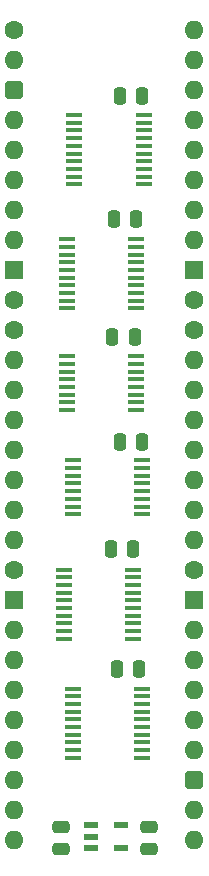
<source format=gts>
%TF.GenerationSoftware,KiCad,Pcbnew,8.0.7*%
%TF.CreationDate,2025-01-13T21:14:07+02:00*%
%TF.ProjectId,Main Memory Select,4d61696e-204d-4656-9d6f-72792053656c,V0*%
%TF.SameCoordinates,Original*%
%TF.FileFunction,Soldermask,Top*%
%TF.FilePolarity,Negative*%
%FSLAX46Y46*%
G04 Gerber Fmt 4.6, Leading zero omitted, Abs format (unit mm)*
G04 Created by KiCad (PCBNEW 8.0.7) date 2025-01-13 21:14:07*
%MOMM*%
%LPD*%
G01*
G04 APERTURE LIST*
G04 Aperture macros list*
%AMRoundRect*
0 Rectangle with rounded corners*
0 $1 Rounding radius*
0 $2 $3 $4 $5 $6 $7 $8 $9 X,Y pos of 4 corners*
0 Add a 4 corners polygon primitive as box body*
4,1,4,$2,$3,$4,$5,$6,$7,$8,$9,$2,$3,0*
0 Add four circle primitives for the rounded corners*
1,1,$1+$1,$2,$3*
1,1,$1+$1,$4,$5*
1,1,$1+$1,$6,$7*
1,1,$1+$1,$8,$9*
0 Add four rect primitives between the rounded corners*
20,1,$1+$1,$2,$3,$4,$5,0*
20,1,$1+$1,$4,$5,$6,$7,0*
20,1,$1+$1,$6,$7,$8,$9,0*
20,1,$1+$1,$8,$9,$2,$3,0*%
G04 Aperture macros list end*
%ADD10RoundRect,0.250000X0.475000X-0.250000X0.475000X0.250000X-0.475000X0.250000X-0.475000X-0.250000X0*%
%ADD11R,1.450000X0.450000*%
%ADD12R,1.150000X0.600000*%
%ADD13RoundRect,0.250000X0.250000X0.475000X-0.250000X0.475000X-0.250000X-0.475000X0.250000X-0.475000X0*%
%ADD14R,1.475000X0.450000*%
%ADD15O,1.600000X1.600000*%
%ADD16R,1.600000X1.600000*%
%ADD17C,1.600000*%
%ADD18RoundRect,0.400000X-0.400000X-0.400000X0.400000X-0.400000X0.400000X0.400000X-0.400000X0.400000X0*%
G04 APERTURE END LIST*
D10*
%TO.C,C10*%
X3937000Y-67487000D03*
X3937000Y-69387000D03*
%TD*%
D11*
%TO.C,IC7*%
X10799000Y-36471000D03*
X10799000Y-37121000D03*
X10799000Y-37771000D03*
X10799000Y-38421000D03*
X10799000Y-39071000D03*
X10799000Y-39721000D03*
X10799000Y-40371000D03*
X10799000Y-41021000D03*
X4949000Y-41021000D03*
X4949000Y-40371000D03*
X4949000Y-39721000D03*
X4949000Y-39071000D03*
X4949000Y-38421000D03*
X4949000Y-37771000D03*
X4949000Y-37121000D03*
X4949000Y-36471000D03*
%TD*%
D12*
%TO.C,IC1*%
X9047000Y-67376000D03*
X9047000Y-69276000D03*
X6447000Y-69276000D03*
X6447000Y-68326000D03*
X6447000Y-67376000D03*
%TD*%
D13*
%TO.C,C1*%
X8940000Y-5588000D03*
X10840000Y-5588000D03*
%TD*%
%TO.C,C3*%
X8415000Y-16051000D03*
X10315000Y-16051000D03*
%TD*%
D14*
%TO.C,IC3*%
X10939000Y-7235000D03*
X10939000Y-7885000D03*
X10939000Y-8535000D03*
X10939000Y-9185000D03*
X10939000Y-9835000D03*
X10939000Y-10485000D03*
X10939000Y-11135000D03*
X10939000Y-11785000D03*
X10939000Y-12435000D03*
X10939000Y-13085000D03*
X5063000Y-13085000D03*
X5063000Y-12435000D03*
X5063000Y-11785000D03*
X5063000Y-11135000D03*
X5063000Y-10485000D03*
X5063000Y-9835000D03*
X5063000Y-9185000D03*
X5063000Y-8535000D03*
X5063000Y-7885000D03*
X5063000Y-7235000D03*
%TD*%
D15*
%TO.C,J1*%
X15240000Y0D03*
X15240000Y-2540000D03*
X15240000Y-5080000D03*
X15240000Y-7620000D03*
X15240000Y-10160000D03*
X15240000Y-12700000D03*
X15240000Y-15240000D03*
X15240000Y-17780000D03*
D16*
X15240000Y-20320000D03*
D17*
X15240000Y-22860000D03*
X15240000Y-25400000D03*
D15*
X15240000Y-27940000D03*
X15240000Y-30480000D03*
X15240000Y-33020000D03*
X15240000Y-35560000D03*
X15240000Y-38100000D03*
X15240000Y-40640000D03*
X15240000Y-43180000D03*
D17*
X15240000Y-45720000D03*
D16*
X15240000Y-48260000D03*
D15*
X15240000Y-50800000D03*
X15240000Y-53340000D03*
X15240000Y-55880000D03*
X15240000Y-58420000D03*
X15240000Y-60960000D03*
D18*
X15240000Y-63500000D03*
D15*
X15240000Y-66040000D03*
X15240000Y-68580000D03*
X0Y-68580000D03*
X0Y-66040000D03*
X0Y-63500000D03*
X0Y-60960000D03*
X0Y-58420000D03*
X0Y-55880000D03*
X0Y-53340000D03*
X0Y-50800000D03*
D16*
X0Y-48260000D03*
D17*
X0Y-45720000D03*
D15*
X0Y-43180000D03*
X0Y-40640000D03*
X0Y-38100000D03*
X0Y-35560000D03*
X0Y-33020000D03*
X0Y-30480000D03*
X0Y-27940000D03*
D17*
X0Y-25400000D03*
X0Y-22860000D03*
D16*
X0Y-20320000D03*
D15*
X0Y-17780000D03*
X0Y-15240000D03*
X0Y-12700000D03*
X0Y-10160000D03*
X0Y-7620000D03*
D18*
X0Y-5080000D03*
D15*
X0Y-2540000D03*
D17*
X0Y0D03*
%TD*%
D13*
%TO.C,C5*%
X8301000Y-26035000D03*
X10201000Y-26035000D03*
%TD*%
%TO.C,C2*%
X8686000Y-54102000D03*
X10586000Y-54102000D03*
%TD*%
D10*
%TO.C,C11*%
X11430000Y-67487000D03*
X11430000Y-69387000D03*
%TD*%
D14*
%TO.C,IC6*%
X10795000Y-55798325D03*
X10795000Y-56448325D03*
X10795000Y-57098325D03*
X10795000Y-57748325D03*
X10795000Y-58398325D03*
X10795000Y-59048325D03*
X10795000Y-59698325D03*
X10795000Y-60348325D03*
X10795000Y-60998325D03*
X10795000Y-61648325D03*
X4919000Y-61648325D03*
X4919000Y-60998325D03*
X4919000Y-60348325D03*
X4919000Y-59698325D03*
X4919000Y-59048325D03*
X4919000Y-58398325D03*
X4919000Y-57748325D03*
X4919000Y-57098325D03*
X4919000Y-56448325D03*
X4919000Y-55798325D03*
%TD*%
D13*
%TO.C,C12*%
X8940000Y-34925000D03*
X10840000Y-34925000D03*
%TD*%
D11*
%TO.C,IC4*%
X10287000Y-27659000D03*
X10287000Y-28309000D03*
X10287000Y-28959000D03*
X10287000Y-29609000D03*
X10287000Y-30259000D03*
X10287000Y-30909000D03*
X10287000Y-31559000D03*
X10287000Y-32209000D03*
X4437000Y-32209000D03*
X4437000Y-31559000D03*
X4437000Y-30909000D03*
X4437000Y-30259000D03*
X4437000Y-29609000D03*
X4437000Y-28959000D03*
X4437000Y-28309000D03*
X4437000Y-27659000D03*
%TD*%
D13*
%TO.C,C9*%
X8178000Y-43994000D03*
X10078000Y-43994000D03*
%TD*%
D14*
%TO.C,IC5*%
X10050000Y-45716000D03*
X10050000Y-46366000D03*
X10050000Y-47016000D03*
X10050000Y-47666000D03*
X10050000Y-48316000D03*
X10050000Y-48966000D03*
X10050000Y-49616000D03*
X10050000Y-50266000D03*
X10050000Y-50916000D03*
X10050000Y-51566000D03*
X4174000Y-51566000D03*
X4174000Y-50916000D03*
X4174000Y-50266000D03*
X4174000Y-49616000D03*
X4174000Y-48966000D03*
X4174000Y-48316000D03*
X4174000Y-47666000D03*
X4174000Y-47016000D03*
X4174000Y-46366000D03*
X4174000Y-45716000D03*
%TD*%
%TO.C,IC8*%
X10287000Y-17750000D03*
X10287000Y-18400000D03*
X10287000Y-19050000D03*
X10287000Y-19700000D03*
X10287000Y-20350000D03*
X10287000Y-21000000D03*
X10287000Y-21650000D03*
X10287000Y-22300000D03*
X10287000Y-22950000D03*
X10287000Y-23600000D03*
X4411000Y-23600000D03*
X4411000Y-22950000D03*
X4411000Y-22300000D03*
X4411000Y-21650000D03*
X4411000Y-21000000D03*
X4411000Y-20350000D03*
X4411000Y-19700000D03*
X4411000Y-19050000D03*
X4411000Y-18400000D03*
X4411000Y-17750000D03*
%TD*%
M02*

</source>
